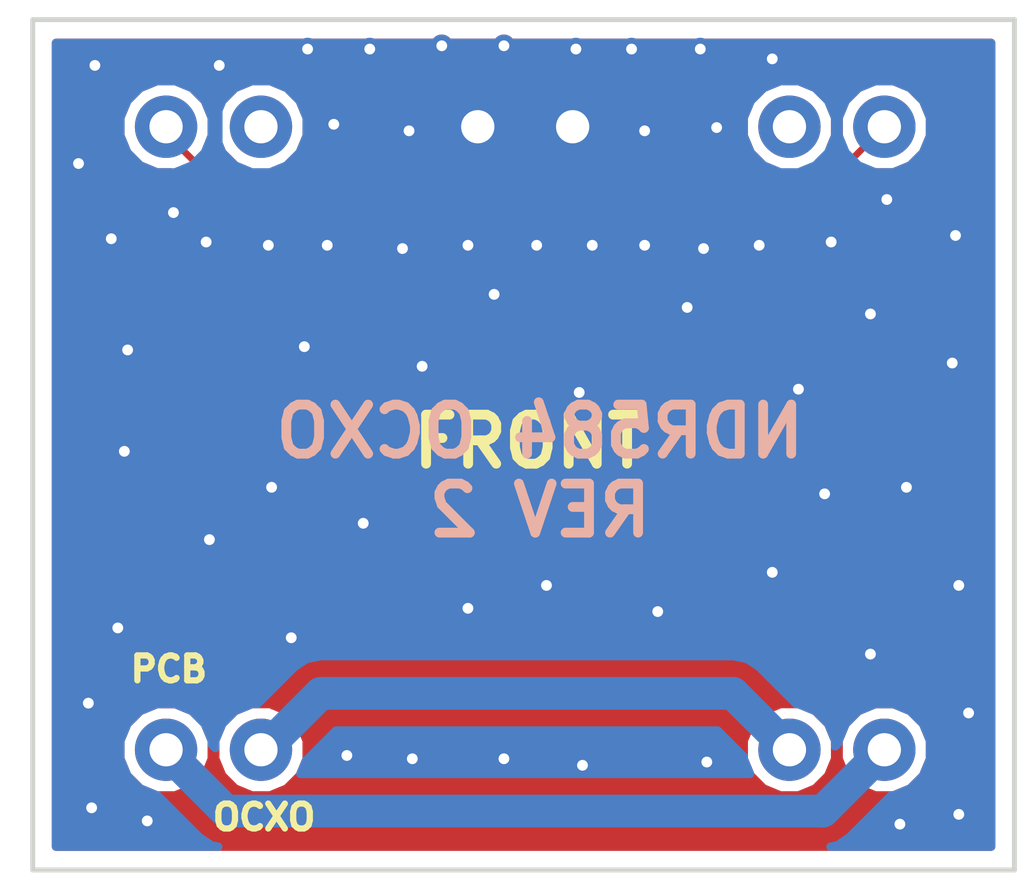
<source format=kicad_pcb>
(kicad_pcb (version 4) (host pcbnew "(2015-09-06 BZR 6161, Git 6b3ff2d)-product")

  (general
    (links 5)
    (no_connects 0)
    (area 98.6 97.651 130.700001 129.069)
    (thickness 1.6)
    (drawings 8)
    (tracks 213)
    (zones 0)
    (modules 2)
    (nets 6)
  )

  (page A4)
  (layers
    (0 F.Cu signal)
    (1 In1.Cu signal hide)
    (2 In2.Cu signal hide)
    (31 B.Cu signal hide)
    (32 B.Adhes user)
    (33 F.Adhes user)
    (34 B.Paste user)
    (35 F.Paste user)
    (36 B.SilkS user)
    (37 F.SilkS user)
    (38 B.Mask user)
    (39 F.Mask user)
    (40 Dwgs.User user)
    (41 Cmts.User user)
    (42 Eco1.User user)
    (43 Eco2.User user)
    (44 Edge.Cuts user)
    (45 Margin user)
    (46 B.CrtYd user)
    (47 F.CrtYd user)
    (48 B.Fab user)
    (49 F.Fab user)
  )

  (setup
    (last_trace_width 0.2032)
    (trace_clearance 0.254)
    (zone_clearance 0.508)
    (zone_45_only yes)
    (trace_min 0.2)
    (segment_width 0.2)
    (edge_width 0.15)
    (via_size 0.6858)
    (via_drill 0.3302)
    (via_min_size 0.4)
    (via_min_drill 0.3)
    (uvia_size 0.6858)
    (uvia_drill 0.3302)
    (uvias_allowed no)
    (uvia_min_size 0.2)
    (uvia_min_drill 0.1)
    (pcb_text_width 0.3)
    (pcb_text_size 1.5 1.5)
    (mod_edge_width 0.15)
    (mod_text_size 1 1)
    (mod_text_width 0.15)
    (pad_size 5.08 5.08)
    (pad_drill 2.54)
    (pad_to_mask_clearance 0.2)
    (aux_axis_origin 0 0)
    (visible_elements 7FFFF77F)
    (pcbplotparams
      (layerselection 0x00030_80000001)
      (usegerberextensions false)
      (excludeedgelayer true)
      (linewidth 0.100000)
      (plotframeref false)
      (viasonmask false)
      (mode 1)
      (useauxorigin false)
      (hpglpennumber 1)
      (hpglpenspeed 20)
      (hpglpendiameter 15)
      (hpglpenoverlay 2)
      (psnegative false)
      (psa4output false)
      (plotreference true)
      (plotvalue true)
      (plotinvisibletext false)
      (padsonsilk false)
      (subtractmaskfromsilk false)
      (outputformat 1)
      (mirror false)
      (drillshape 1)
      (scaleselection 1)
      (outputdirectory ""))
  )

  (net 0 "")
  (net 1 GND)
  (net 2 "Net-(U1-Pad1)")
  (net 3 "Net-(U1-Pad3)")
  (net 4 "Net-(U1-Pad4)")
  (net 5 "Net-(U1-Pad5)")

  (net_class Default "This is the default net class."
    (clearance 0.254)
    (trace_width 0.2032)
    (via_dia 0.6858)
    (via_drill 0.3302)
    (uvia_dia 0.6858)
    (uvia_drill 0.3302)
    (add_net GND)
    (add_net "Net-(U1-Pad1)")
    (add_net "Net-(U1-Pad3)")
  )

  (net_class Power ""
    (clearance 0.254)
    (trace_width 1)
    (via_dia 0.6858)
    (via_drill 0.3302)
    (uvia_dia 0.6858)
    (uvia_drill 0.3302)
    (add_net "Net-(U1-Pad4)")
    (add_net "Net-(U1-Pad5)")
  )

  (module "Reference Parts:OX-2050-BEE-20744" (layer F.Cu) (tedit 5B7C791F) (tstamp 5B58A5D6)
    (at 116.5 112.8)
    (path /5B3BF808)
    (fp_text reference U16 (at -1.27 -13.97) (layer F.SilkS) hide
      (effects (font (size 1 1) (thickness 0.15)))
    )
    (fp_text value OX-2050-BEE-20744-100M00000 (at 0 15.24) (layer F.Fab) hide
      (effects (font (size 1 1) (thickness 0.15)))
    )
    (pad 5 thru_hole circle (at -9.525 9.525) (size 1.905 1.905) (drill 1.016) (layers *.Cu *.Mask)
      (net 4 "Net-(U1-Pad4)"))
    (pad 4 thru_hole circle (at 9.525 9.525) (size 1.905 1.905) (drill 1.016) (layers *.Cu *.Mask)
      (net 5 "Net-(U1-Pad5)"))
    (pad 3 thru_hole circle (at 9.525 -9.525) (size 1.905 1.905) (drill 1.016) (layers *.Cu *.Mask)
      (net 2 "Net-(U1-Pad1)"))
    (pad 2 thru_hole circle (at 0 -9.525) (size 1.905 1.905) (drill 1.016) (layers *.Cu *.Mask)
      (net 1 GND))
    (pad 1 thru_hole circle (at -9.525 -9.525) (size 1.905 1.905) (drill 1.016) (layers *.Cu *.Mask)
      (net 3 "Net-(U1-Pad3)"))
  )

  (module "Reference Parts:OX-2050-BEE-20744" (layer F.Cu) (tedit 5B7C78BC) (tstamp 5B6AF18C)
    (at 113.6 112.8)
    (path /5B6B13CB)
    (fp_text reference U1 (at -1.27 -13.97) (layer F.SilkS) hide
      (effects (font (size 1 1) (thickness 0.15)))
    )
    (fp_text value OX-2050-BEE-20744-100M00000 (at 0 15.24) (layer F.Fab) hide
      (effects (font (size 1 1) (thickness 0.15)))
    )
    (pad 5 thru_hole circle (at -9.525 9.525) (size 1.905 1.905) (drill 1.016) (layers *.Cu *.Mask)
      (net 5 "Net-(U1-Pad5)"))
    (pad 4 thru_hole circle (at 9.525 9.525) (size 1.905 1.905) (drill 1.016) (layers *.Cu *.Mask)
      (net 4 "Net-(U1-Pad4)"))
    (pad 3 thru_hole circle (at 9.525 -9.525) (size 1.905 1.905) (drill 1.016) (layers *.Cu *.Mask)
      (net 3 "Net-(U1-Pad3)"))
    (pad 2 thru_hole circle (at 0 -9.525) (size 1.905 1.905) (drill 1.016) (layers *.Cu *.Mask)
      (net 1 GND))
    (pad 1 thru_hole circle (at -9.525 -9.525) (size 1.905 1.905) (drill 1.016) (layers *.Cu *.Mask)
      (net 2 "Net-(U1-Pad1)"))
  )

  (gr_text OCXO (at 107.07 124.39) (layer F.SilkS)
    (effects (font (size 0.762 0.762) (thickness 0.1905)))
  )
  (gr_text PCB (at 104.16 119.86) (layer F.SilkS)
    (effects (font (size 0.762 0.762) (thickness 0.1905)))
  )
  (gr_text "NDR584 OCXO\nREV 2" (at 115.5 113.8) (layer B.SilkS)
    (effects (font (size 1.5 1.5) (thickness 0.3)) (justify mirror))
  )
  (gr_text FRONT (at 115.2 112.9) (layer F.SilkS)
    (effects (font (size 1.5 1.5) (thickness 0.3)))
  )
  (gr_line (start 130 100) (end 130 126) (angle 90) (layer Edge.Cuts) (width 0.15))
  (gr_line (start 100 100) (end 130 100) (angle 90) (layer Edge.Cuts) (width 0.15))
  (gr_line (start 100 100) (end 100 126) (angle 90) (layer Edge.Cuts) (width 0.15))
  (gr_line (start 100 126) (end 130 126) (angle 90) (layer Edge.Cuts) (width 0.15))

  (segment (start 105.7 101.4) (end 105.7 104) (width 0.2032) (layer B.Cu) (net 1))
  (segment (start 105.3 104.4) (end 105.3 106.8) (width 0.2032) (layer B.Cu) (net 1) (tstamp 5B6B0301))
  (segment (start 105.7 104) (end 105.3 104.4) (width 0.2032) (layer B.Cu) (net 1) (tstamp 5B6B02FD))
  (segment (start 105.4 115.9) (end 105.3 115.9) (width 0.2032) (layer B.Cu) (net 1))
  (via (at 103.5 124.5) (size 0.6858) (drill 0.3302) (layers F.Cu B.Cu) (net 1))
  (segment (start 102.2 124.5) (end 103.5 124.5) (width 0.2032) (layer F.Cu) (net 1) (tstamp 5B6AFFCC))
  (segment (start 101.8 124.1) (end 102.2 124.5) (width 0.2032) (layer F.Cu) (net 1) (tstamp 5B6AFFCB))
  (via (at 101.8 124.1) (size 0.6858) (drill 0.3302) (layers F.Cu B.Cu) (net 1))
  (segment (start 101.8 121) (end 101.8 124.1) (width 0.2032) (layer B.Cu) (net 1) (tstamp 5B6AFFC9))
  (segment (start 101.7 120.9) (end 101.8 121) (width 0.2032) (layer B.Cu) (net 1) (tstamp 5B6AFFC8))
  (via (at 101.7 120.9) (size 0.6858) (drill 0.3302) (layers F.Cu B.Cu) (net 1))
  (segment (start 101.7 119.5) (end 101.7 120.9) (width 0.2032) (layer F.Cu) (net 1) (tstamp 5B6AFFC5))
  (segment (start 102.6 118.6) (end 101.7 119.5) (width 0.2032) (layer F.Cu) (net 1) (tstamp 5B6AFFC4))
  (via (at 102.6 118.6) (size 0.6858) (drill 0.3302) (layers F.Cu B.Cu) (net 1))
  (segment (start 105.3 115.9) (end 102.6 118.6) (width 0.2032) (layer B.Cu) (net 1) (tstamp 5B6AFFC1))
  (segment (start 119.1 118.1) (end 119.1 121.3) (width 0.2032) (layer F.Cu) (net 1))
  (via (at 109.6 122.5) (size 0.6858) (drill 0.3302) (layers F.Cu B.Cu) (net 1))
  (segment (start 111.5 122.5) (end 109.6 122.5) (width 0.2032) (layer F.Cu) (net 1) (tstamp 5B6AFFBD))
  (segment (start 111.6 122.6) (end 111.5 122.5) (width 0.2032) (layer F.Cu) (net 1) (tstamp 5B6AFFBC))
  (via (at 111.6 122.6) (size 0.6858) (drill 0.3302) (layers F.Cu B.Cu) (net 1))
  (segment (start 114.4 122.6) (end 111.6 122.6) (width 0.2032) (layer B.Cu) (net 1) (tstamp 5B6AFFB9))
  (via (at 114.4 122.6) (size 0.6858) (drill 0.3302) (layers F.Cu B.Cu) (net 1))
  (segment (start 116.6 122.6) (end 114.4 122.6) (width 0.2032) (layer F.Cu) (net 1) (tstamp 5B6AFFB7))
  (segment (start 116.8 122.8) (end 116.6 122.6) (width 0.2032) (layer F.Cu) (net 1) (tstamp 5B6AFFB6))
  (via (at 116.8 122.8) (size 0.6858) (drill 0.3302) (layers F.Cu B.Cu) (net 1))
  (segment (start 120.5 122.8) (end 116.8 122.8) (width 0.2032) (layer B.Cu) (net 1) (tstamp 5B6AFFB4))
  (segment (start 120.6 122.7) (end 120.5 122.8) (width 0.2032) (layer B.Cu) (net 1) (tstamp 5B6AFFB3))
  (via (at 120.6 122.7) (size 0.6858) (drill 0.3302) (layers F.Cu B.Cu) (net 1))
  (segment (start 120.5 122.7) (end 120.6 122.7) (width 0.2032) (layer F.Cu) (net 1) (tstamp 5B6AFFAD))
  (segment (start 119.1 121.3) (end 120.5 122.7) (width 0.2032) (layer F.Cu) (net 1) (tstamp 5B6AFFA8))
  (segment (start 102.9 110.1) (end 102.9 113.1) (width 0.2032) (layer In1.Cu) (net 1))
  (segment (start 126.5 124.6) (end 126.3 124.6) (width 0.2032) (layer B.Cu) (net 1) (tstamp 5B6AFF91))
  (via (at 126.5 124.6) (size 0.6858) (drill 0.3302) (layers F.Cu B.Cu) (net 1))
  (segment (start 128 124.6) (end 126.5 124.6) (width 0.2032) (layer F.Cu) (net 1) (tstamp 5B6AFF8B))
  (segment (start 128.3 124.3) (end 128 124.6) (width 0.2032) (layer F.Cu) (net 1) (tstamp 5B6AFF8A))
  (via (at 128.3 124.3) (size 0.6858) (drill 0.3302) (layers F.Cu B.Cu) (net 1))
  (segment (start 128.3 121.5) (end 128.3 124.3) (width 0.2032) (layer B.Cu) (net 1) (tstamp 5B6AFF88))
  (segment (start 128.6 121.2) (end 128.3 121.5) (width 0.2032) (layer B.Cu) (net 1) (tstamp 5B6AFF87))
  (via (at 128.6 121.2) (size 0.6858) (drill 0.3302) (layers F.Cu B.Cu) (net 1))
  (segment (start 127.4 121.2) (end 128.6 121.2) (width 0.2032) (layer F.Cu) (net 1) (tstamp 5B6AFF84))
  (segment (start 125.6 119.4) (end 127.4 121.2) (width 0.2032) (layer F.Cu) (net 1) (tstamp 5B6AFF83))
  (via (at 125.6 119.4) (size 0.6858) (drill 0.3302) (layers F.Cu B.Cu) (net 1))
  (segment (start 126.2 119.4) (end 125.6 119.4) (width 0.2032) (layer B.Cu) (net 1) (tstamp 5B6AFF81))
  (segment (start 128.3 117.3) (end 126.2 119.4) (width 0.2032) (layer B.Cu) (net 1) (tstamp 5B6AFF80))
  (via (at 128.3 117.3) (size 0.6858) (drill 0.3302) (layers F.Cu B.Cu) (net 1))
  (segment (start 128.3 115.9) (end 128.3 117.3) (width 0.2032) (layer F.Cu) (net 1) (tstamp 5B6AFF7D))
  (segment (start 126.7 114.3) (end 128.3 115.9) (width 0.2032) (layer F.Cu) (net 1) (tstamp 5B6AFF7C))
  (via (at 126.7 114.3) (size 0.6858) (drill 0.3302) (layers F.Cu B.Cu) (net 1))
  (segment (start 124.4 114.3) (end 126.7 114.3) (width 0.2032) (layer B.Cu) (net 1) (tstamp 5B6AFF7A))
  (segment (start 124.2 114.5) (end 124.4 114.3) (width 0.2032) (layer B.Cu) (net 1) (tstamp 5B6AFF79))
  (via (at 124.2 114.5) (size 0.6858) (drill 0.3302) (layers F.Cu B.Cu) (net 1))
  (segment (start 124.2 115.3) (end 124.2 114.5) (width 0.2032) (layer F.Cu) (net 1) (tstamp 5B6AFF77))
  (segment (start 122.6 116.9) (end 124.2 115.3) (width 0.2032) (layer F.Cu) (net 1) (tstamp 5B6AFF76))
  (via (at 122.6 116.9) (size 0.6858) (drill 0.3302) (layers F.Cu B.Cu) (net 1))
  (segment (start 120.3 116.9) (end 122.6 116.9) (width 0.2032) (layer B.Cu) (net 1) (tstamp 5B6AFF73))
  (segment (start 119.1 118.1) (end 120.3 116.9) (width 0.2032) (layer B.Cu) (net 1) (tstamp 5B6AFF72))
  (via (at 119.1 118.1) (size 0.6858) (drill 0.3302) (layers F.Cu B.Cu) (net 1))
  (segment (start 116.5 118.1) (end 119.1 118.1) (width 0.2032) (layer F.Cu) (net 1) (tstamp 5B6AFF70))
  (segment (start 115.7 117.3) (end 116.5 118.1) (width 0.2032) (layer F.Cu) (net 1) (tstamp 5B6AFF6F))
  (via (at 115.7 117.3) (size 0.6858) (drill 0.3302) (layers F.Cu B.Cu) (net 1))
  (segment (start 114 117.3) (end 115.7 117.3) (width 0.2032) (layer B.Cu) (net 1) (tstamp 5B6AFF6D))
  (segment (start 113.3 118) (end 114 117.3) (width 0.2032) (layer B.Cu) (net 1) (tstamp 5B6AFF6C))
  (via (at 113.3 118) (size 0.6858) (drill 0.3302) (layers F.Cu B.Cu) (net 1))
  (segment (start 112.7 118) (end 113.3 118) (width 0.2032) (layer F.Cu) (net 1) (tstamp 5B6AFF6A))
  (segment (start 110.1 115.4) (end 112.7 118) (width 0.2032) (layer F.Cu) (net 1) (tstamp 5B6AFF69))
  (via (at 110.1 115.4) (size 0.6858) (drill 0.3302) (layers F.Cu B.Cu) (net 1))
  (segment (start 110.1 116.7) (end 110.1 115.4) (width 0.2032) (layer B.Cu) (net 1) (tstamp 5B6AFF66))
  (segment (start 107.9 118.9) (end 110.1 116.7) (width 0.2032) (layer B.Cu) (net 1) (tstamp 5B6AFF65))
  (via (at 107.9 118.9) (size 0.6858) (drill 0.3302) (layers F.Cu B.Cu) (net 1))
  (segment (start 107.9 114.9) (end 107.9 118.9) (width 0.2032) (layer F.Cu) (net 1) (tstamp 5B6AFF62))
  (segment (start 107.3 114.3) (end 107.9 114.9) (width 0.2032) (layer F.Cu) (net 1) (tstamp 5B6AFF61))
  (via (at 107.3 114.3) (size 0.6858) (drill 0.3302) (layers F.Cu B.Cu) (net 1))
  (segment (start 107 114.3) (end 107.3 114.3) (width 0.2032) (layer B.Cu) (net 1) (tstamp 5B6AFF5E))
  (segment (start 105.4 115.9) (end 107 114.3) (width 0.2032) (layer B.Cu) (net 1) (tstamp 5B6AFF5D))
  (via (at 105.4 115.9) (size 0.6858) (drill 0.3302) (layers F.Cu B.Cu) (net 1))
  (segment (start 105.4 115.8) (end 105.4 115.9) (width 0.2032) (layer F.Cu) (net 1) (tstamp 5B6AFF5B))
  (segment (start 102.8 113.2) (end 105.4 115.8) (width 0.2032) (layer F.Cu) (net 1) (tstamp 5B6AFF5A))
  (via (at 102.8 113.2) (size 0.6858) (drill 0.3302) (layers F.Cu B.Cu) (net 1))
  (segment (start 102.9 113.1) (end 102.8 113.2) (width 0.2032) (layer In1.Cu) (net 1) (tstamp 5B6AFF55))
  (segment (start 128.1 110.5) (end 128.1 106.7) (width 0.2032) (layer F.Cu) (net 1))
  (segment (start 102.4 106.7) (end 102.9 107.2) (width 0.2032) (layer F.Cu) (net 1) (tstamp 5B6AFAB9))
  (segment (start 102.9 107.2) (end 102.9 110.1) (width 0.2032) (layer F.Cu) (net 1) (tstamp 5B6AFABA))
  (via (at 102.9 110.1) (size 0.6858) (drill 0.3302) (layers F.Cu B.Cu) (net 1))
  (segment (start 102.9 110.1) (end 103 110) (width 0.2032) (layer B.Cu) (net 1) (tstamp 5B6AFABC))
  (segment (start 103 110) (end 108.3 110) (width 0.2032) (layer B.Cu) (net 1) (tstamp 5B6AFABD))
  (via (at 108.3 110) (size 0.6858) (drill 0.3302) (layers F.Cu B.Cu) (net 1))
  (segment (start 108.3 110) (end 108.9 110.6) (width 0.2032) (layer F.Cu) (net 1) (tstamp 5B6AFABF))
  (segment (start 108.9 110.6) (end 111.9 110.6) (width 0.2032) (layer F.Cu) (net 1) (tstamp 5B6AFAC0))
  (via (at 111.9 110.6) (size 0.6858) (drill 0.3302) (layers F.Cu B.Cu) (net 1))
  (segment (start 111.9 110.6) (end 114.1 108.4) (width 0.2032) (layer B.Cu) (net 1) (tstamp 5B6AFAC2))
  (via (at 114.1 108.4) (size 0.6858) (drill 0.3302) (layers F.Cu B.Cu) (net 1))
  (segment (start 114.1 108.4) (end 116.7 111) (width 0.2032) (layer F.Cu) (net 1) (tstamp 5B6AFAC5))
  (segment (start 116.7 111) (end 116.7 111.4) (width 0.2032) (layer F.Cu) (net 1) (tstamp 5B6AFAC6))
  (via (at 116.7 111.4) (size 0.6858) (drill 0.3302) (layers F.Cu B.Cu) (net 1))
  (segment (start 116.7 111.4) (end 119.3 108.8) (width 0.2032) (layer B.Cu) (net 1) (tstamp 5B6AFAC8))
  (segment (start 119.3 108.8) (end 120 108.8) (width 0.2032) (layer B.Cu) (net 1) (tstamp 5B6AFAC9))
  (via (at 120 108.8) (size 0.6858) (drill 0.3302) (layers F.Cu B.Cu) (net 1))
  (segment (start 120 108.8) (end 122.5 111.3) (width 0.2032) (layer F.Cu) (net 1) (tstamp 5B6AFACB))
  (segment (start 122.5 111.3) (end 123.4 111.3) (width 0.2032) (layer F.Cu) (net 1) (tstamp 5B6AFACC))
  (via (at 123.4 111.3) (size 0.6858) (drill 0.3302) (layers F.Cu B.Cu) (net 1))
  (segment (start 123.4 111.3) (end 125.6 109.1) (width 0.2032) (layer B.Cu) (net 1) (tstamp 5B6AFACF))
  (segment (start 125.6 109.1) (end 125.6 109) (width 0.2032) (layer B.Cu) (net 1) (tstamp 5B6AFAD0))
  (via (at 125.6 109) (size 0.6858) (drill 0.3302) (layers F.Cu B.Cu) (net 1))
  (segment (start 125.6 109) (end 127.1 110.5) (width 0.2032) (layer F.Cu) (net 1) (tstamp 5B6AFAD2))
  (segment (start 127.1 110.5) (end 128.1 110.5) (width 0.2032) (layer F.Cu) (net 1) (tstamp 5B6AFAD3))
  (via (at 128.1 110.5) (size 0.6858) (drill 0.3302) (layers F.Cu B.Cu) (net 1))
  (segment (start 128.2 106.6) (end 128 106.6) (width 0.2032) (layer B.Cu) (net 1) (tstamp 5B6AFD54))
  (via (at 128.2 106.6) (size 0.6858) (drill 0.3302) (layers F.Cu B.Cu) (net 1))
  (segment (start 128.1 106.7) (end 128.2 106.6) (width 0.2032) (layer F.Cu) (net 1) (tstamp 5B6AFD4F))
  (segment (start 102.4 106.7) (end 102.4 105.4) (width 0.2032) (layer F.Cu) (net 1))
  (segment (start 101.8 101.5) (end 101.8 101.6) (width 0.2032) (layer F.Cu) (net 1) (tstamp 5B6AFB6E))
  (segment (start 101.9 101.4) (end 101.8 101.5) (width 0.2032) (layer F.Cu) (net 1) (tstamp 5B6AFB6D))
  (via (at 101.9 101.4) (size 0.6858) (drill 0.3302) (layers F.Cu B.Cu) (net 1))
  (segment (start 101.9 103.9) (end 101.9 101.4) (width 0.2032) (layer B.Cu) (net 1) (tstamp 5B6AFB6B))
  (segment (start 101.4 104.4) (end 101.9 103.9) (width 0.2032) (layer B.Cu) (net 1) (tstamp 5B6AFB6A))
  (via (at 101.4 104.4) (size 0.6858) (drill 0.3302) (layers F.Cu B.Cu) (net 1))
  (segment (start 102.4 105.4) (end 101.4 104.4) (width 0.2032) (layer F.Cu) (net 1) (tstamp 5B6AFB67))
  (segment (start 104.3 105.9) (end 103.8 105.3) (width 0.2032) (layer B.Cu) (net 1))
  (via (at 104.3 105.9) (size 0.6858) (drill 0.3302) (layers F.Cu B.Cu) (net 1))
  (segment (start 104.3 105.9) (end 105.5 106.2) (width 0.2032) (layer B.Cu) (net 1) (tstamp 5B6AFA84))
  (segment (start 105.5 106.2) (end 105.3 106.8) (width 0.2032) (layer B.Cu) (net 1) (tstamp 5B6AFA85))
  (segment (start 103.8 105.3) (end 102.4 106.7) (width 0.2032) (layer B.Cu) (net 1) (tstamp 5B6AFAB7))
  (via (at 102.4 106.7) (size 0.6858) (drill 0.3302) (layers F.Cu B.Cu) (net 1))
  (segment (start 120.9 103.3) (end 120.9 102.9) (width 0.2032) (layer B.Cu) (net 1))
  (segment (start 118.575 103.275) (end 118.7 103.4) (width 0.2032) (layer B.Cu) (net 1) (tstamp 5B6AFA26))
  (via (at 118.7 103.4) (size 0.6858) (drill 0.3302) (layers F.Cu B.Cu) (net 1))
  (segment (start 118.7 103.4) (end 118.8 103.3) (width 0.2032) (layer F.Cu) (net 1) (tstamp 5B6AFA2B))
  (segment (start 118.8 103.3) (end 120.9 103.3) (width 0.2032) (layer F.Cu) (net 1) (tstamp 5B6AFA2C))
  (via (at 120.9 103.3) (size 0.6858) (drill 0.3302) (layers F.Cu B.Cu) (net 1))
  (segment (start 116.5 103.275) (end 118.575 103.275) (width 0.2032) (layer B.Cu) (net 1))
  (via (at 126.1 105.5) (size 0.6858) (drill 0.3302) (layers F.Cu B.Cu) (net 1))
  (via (at 105.3 106.8) (size 0.6858) (drill 0.3302) (layers F.Cu B.Cu) (net 1))
  (segment (start 105.3 106.8) (end 105.4 106.9) (width 0.2032) (layer F.Cu) (net 1) (tstamp 5B6AFA89))
  (segment (start 105.4 106.9) (end 107.2 106.9) (width 0.2032) (layer F.Cu) (net 1) (tstamp 5B6AFA8A))
  (via (at 107.2 106.9) (size 0.6858) (drill 0.3302) (layers F.Cu B.Cu) (net 1))
  (segment (start 107.2 106.9) (end 109 106.9) (width 0.2032) (layer B.Cu) (net 1) (tstamp 5B6AFA8C))
  (via (at 109 106.9) (size 0.6858) (drill 0.3302) (layers F.Cu B.Cu) (net 1))
  (segment (start 109 106.9) (end 109.1 107) (width 0.2032) (layer F.Cu) (net 1) (tstamp 5B6AFA8F))
  (segment (start 109.1 107) (end 111.3 107) (width 0.2032) (layer F.Cu) (net 1) (tstamp 5B6AFA90))
  (via (at 111.3 107) (size 0.6858) (drill 0.3302) (layers F.Cu B.Cu) (net 1))
  (segment (start 111.3 107) (end 111.4 106.9) (width 0.2032) (layer B.Cu) (net 1) (tstamp 5B6AFA92))
  (segment (start 111.4 106.9) (end 113.3 106.9) (width 0.2032) (layer B.Cu) (net 1) (tstamp 5B6AFA93))
  (via (at 113.3 106.9) (size 0.6858) (drill 0.3302) (layers F.Cu B.Cu) (net 1))
  (segment (start 113.3 106.9) (end 115.4 106.9) (width 0.2032) (layer F.Cu) (net 1) (tstamp 5B6AFA95))
  (via (at 115.4 106.9) (size 0.6858) (drill 0.3302) (layers F.Cu B.Cu) (net 1))
  (segment (start 115.4 106.9) (end 117.1 106.9) (width 0.2032) (layer B.Cu) (net 1) (tstamp 5B6AFA98))
  (via (at 117.1 106.9) (size 0.6858) (drill 0.3302) (layers F.Cu B.Cu) (net 1))
  (segment (start 117.1 106.9) (end 118.7 106.9) (width 0.2032) (layer F.Cu) (net 1) (tstamp 5B6AFA9B))
  (via (at 118.7 106.9) (size 0.6858) (drill 0.3302) (layers F.Cu B.Cu) (net 1))
  (segment (start 118.7 106.9) (end 118.8 107) (width 0.2032) (layer B.Cu) (net 1) (tstamp 5B6AFA9E))
  (segment (start 118.8 107) (end 120.5 107) (width 0.2032) (layer B.Cu) (net 1) (tstamp 5B6AFA9F))
  (via (at 120.5 107) (size 0.6858) (drill 0.3302) (layers F.Cu B.Cu) (net 1))
  (segment (start 120.5 107) (end 120.6 106.9) (width 0.2032) (layer F.Cu) (net 1) (tstamp 5B6AFAA1))
  (segment (start 120.6 106.9) (end 122.2 106.9) (width 0.2032) (layer F.Cu) (net 1) (tstamp 5B6AFAA2))
  (via (at 122.2 106.9) (size 0.6858) (drill 0.3302) (layers F.Cu B.Cu) (net 1))
  (segment (start 122.2 106.9) (end 122.3 106.8) (width 0.2032) (layer B.Cu) (net 1) (tstamp 5B6AFAA4))
  (segment (start 122.3 106.8) (end 124.4 106.8) (width 0.2032) (layer B.Cu) (net 1) (tstamp 5B6AFAA5))
  (via (at 124.4 106.8) (size 0.6858) (drill 0.3302) (layers F.Cu B.Cu) (net 1))
  (segment (start 124.4 106.8) (end 125.7 105.5) (width 0.2032) (layer F.Cu) (net 1) (tstamp 5B6AFAA7))
  (segment (start 125.7 105.5) (end 126.1 105.5) (width 0.2032) (layer F.Cu) (net 1) (tstamp 5B6AFAA8))
  (segment (start 105.7 101.4) (end 105.5 101.6) (width 0.2032) (layer F.Cu) (net 1) (tstamp 5B6AFA71))
  (via (at 105.7 101.4) (size 0.6858) (drill 0.3302) (layers F.Cu B.Cu) (net 1))
  (segment (start 107.9 101.4) (end 105.7 101.4) (width 0.2032) (layer B.Cu) (net 1) (tstamp 5B6AFA6D))
  (segment (start 108.4 100.9) (end 107.9 101.4) (width 0.2032) (layer B.Cu) (net 1) (tstamp 5B6AFA6C))
  (via (at 108.4 100.9) (size 0.6858) (drill 0.3302) (layers F.Cu B.Cu) (net 1))
  (segment (start 110.3 100.9) (end 108.4 100.9) (width 0.2032) (layer F.Cu) (net 1) (tstamp 5B6AFA67))
  (via (at 110.3 100.9) (size 0.6858) (drill 0.3302) (layers F.Cu B.Cu) (net 1))
  (segment (start 112.4 100.9) (end 110.3 100.9) (width 0.2032) (layer B.Cu) (net 1) (tstamp 5B6AFA64))
  (segment (start 112.5 100.8) (end 112.4 100.9) (width 0.2032) (layer B.Cu) (net 1) (tstamp 5B6AFA63))
  (via (at 112.5 100.8) (size 0.6858) (drill 0.3302) (layers F.Cu B.Cu) (net 1))
  (segment (start 114.4 100.8) (end 112.5 100.8) (width 0.2032) (layer F.Cu) (net 1) (tstamp 5B6AFA5F))
  (via (at 114.4 100.8) (size 0.6858) (drill 0.3302) (layers F.Cu B.Cu) (net 1))
  (segment (start 116.5 100.8) (end 114.4 100.8) (width 0.2032) (layer B.Cu) (net 1) (tstamp 5B6AFA5C))
  (segment (start 116.6 100.9) (end 116.5 100.8) (width 0.2032) (layer B.Cu) (net 1) (tstamp 5B6AFA5B))
  (via (at 116.6 100.9) (size 0.6858) (drill 0.3302) (layers F.Cu B.Cu) (net 1))
  (segment (start 118.3 100.9) (end 116.6 100.9) (width 0.2032) (layer F.Cu) (net 1) (tstamp 5B6AFA58))
  (via (at 118.3 100.9) (size 0.6858) (drill 0.3302) (layers F.Cu B.Cu) (net 1))
  (segment (start 120.4 100.9) (end 118.3 100.9) (width 0.2032) (layer B.Cu) (net 1) (tstamp 5B6AFA55))
  (via (at 120.4 100.9) (size 0.6858) (drill 0.3302) (layers F.Cu B.Cu) (net 1))
  (segment (start 122.3 100.9) (end 120.4 100.9) (width 0.2032) (layer F.Cu) (net 1) (tstamp 5B6AFA52))
  (segment (start 122.6 101.2) (end 122.3 100.9) (width 0.2032) (layer F.Cu) (net 1) (tstamp 5B6AFA51))
  (via (at 122.6 101.2) (size 0.6858) (drill 0.3302) (layers F.Cu B.Cu) (net 1))
  (segment (start 120.9 102.9) (end 122.6 101.2) (width 0.2032) (layer B.Cu) (net 1) (tstamp 5B6AFA46))
  (segment (start 113.6 103.275) (end 111.625 103.275) (width 0.2032) (layer B.Cu) (net 1))
  (segment (start 109.2 103.2) (end 109.3 103.2) (width 0.2032) (layer B.Cu) (net 1) (tstamp 5B6AFA20))
  (via (at 109.2 103.2) (size 0.6858) (drill 0.3302) (layers F.Cu B.Cu) (net 1))
  (segment (start 111.3 103.2) (end 109.2 103.2) (width 0.2032) (layer F.Cu) (net 1) (tstamp 5B6AFA1D))
  (segment (start 111.5 103.4) (end 111.3 103.2) (width 0.2032) (layer F.Cu) (net 1) (tstamp 5B6AFA1C))
  (via (at 111.5 103.4) (size 0.6858) (drill 0.3302) (layers F.Cu B.Cu) (net 1))
  (segment (start 111.625 103.275) (end 111.5 103.4) (width 0.2032) (layer B.Cu) (net 1) (tstamp 5B6AFA14))
  (segment (start 104.075 103.275) (end 104.075 103.475) (width 0.2032) (layer F.Cu) (net 2))
  (segment (start 104.075 103.475) (end 105.8 105.2) (width 0.2032) (layer F.Cu) (net 2) (tstamp 5B6B02EB))
  (segment (start 105.8 105.2) (end 124.1 105.2) (width 0.2032) (layer F.Cu) (net 2) (tstamp 5B6B02ED))
  (segment (start 124.1 105.2) (end 126.025 103.275) (width 0.2032) (layer F.Cu) (net 2) (tstamp 5B6B02F5))
  (segment (start 126.025 103.275) (end 126.025 103.475) (width 0.2032) (layer In2.Cu) (net 2))
  (segment (start 106.975 103.275) (end 106.975 103.125) (width 0.2032) (layer In2.Cu) (net 3))
  (segment (start 106.975 103.125) (end 108.2 101.9) (width 0.2032) (layer In2.Cu) (net 3) (tstamp 5B6B0232))
  (segment (start 121.75 101.9) (end 123.125 103.275) (width 0.2032) (layer In2.Cu) (net 3) (tstamp 5B6B0245))
  (segment (start 108.2 101.9) (end 121.75 101.9) (width 0.2032) (layer In2.Cu) (net 3) (tstamp 5B6B023A))
  (segment (start 106.975 122.325) (end 107.075 122.325) (width 1) (layer B.Cu) (net 4))
  (segment (start 107.075 122.325) (end 108.8 120.6) (width 1) (layer B.Cu) (net 4) (tstamp 5B6AFC6C))
  (segment (start 108.8 120.6) (end 121.4 120.6) (width 1) (layer B.Cu) (net 4) (tstamp 5B6AFC6E))
  (segment (start 121.4 120.6) (end 123.125 122.325) (width 1) (layer B.Cu) (net 4) (tstamp 5B6AFC72))
  (segment (start 107.075 122.325) (end 108.8 120.6) (width 0.2032) (layer B.Cu) (net 4) (tstamp 5B6AF9B7))
  (segment (start 108.8 120.6) (end 121.4 120.6) (width 0.2032) (layer B.Cu) (net 4) (tstamp 5B6AF9BA))
  (segment (start 121.4 120.6) (end 123.125 122.325) (width 0.2032) (layer B.Cu) (net 4) (tstamp 5B6AF9BE))
  (segment (start 104.075 122.325) (end 104.075 122.375) (width 1) (layer B.Cu) (net 5))
  (segment (start 104.075 122.375) (end 105.9 124.2) (width 1) (layer B.Cu) (net 5) (tstamp 5B6AFC77))
  (segment (start 105.9 124.2) (end 124.15 124.2) (width 1) (layer B.Cu) (net 5) (tstamp 5B6AFC79))
  (segment (start 124.15 124.2) (end 126.025 122.325) (width 1) (layer B.Cu) (net 5) (tstamp 5B6AFC81))
  (segment (start 104.075 122.375) (end 105.9 124.2) (width 0.2032) (layer B.Cu) (net 5) (tstamp 5B6AF9C2))
  (segment (start 105.9 124.2) (end 124.15 124.2) (width 0.2032) (layer B.Cu) (net 5) (tstamp 5B6AF9C8))
  (segment (start 124.15 124.2) (end 126.025 122.325) (width 0.2032) (layer B.Cu) (net 5) (tstamp 5B6AF9CC))

  (zone (net 1) (net_name GND) (layer F.Cu) (tstamp 5B6AFE09) (hatch edge 0.508)
    (connect_pads yes (clearance 0.508))
    (min_thickness 0.254)
    (fill yes (arc_segments 16) (thermal_gap 0.508) (thermal_bridge_width 0.508))
    (polygon
      (pts
        (xy 99.4 99.5) (xy 130.3 99.5) (xy 130.3 126.7) (xy 99 126.7) (xy 99 99.4)
        (xy 99.5 99.4)
      )
    )
    (filled_polygon
      (pts
        (xy 129.29 125.29) (xy 100.71 125.29) (xy 100.71 122.601265) (xy 102.679758 122.601265) (xy 102.891687 123.114172)
        (xy 103.283764 123.506934) (xy 103.7963 123.719758) (xy 104.351265 123.720242) (xy 104.864172 123.508313) (xy 105.256934 123.116236)
        (xy 105.469758 122.6037) (xy 105.46976 122.601265) (xy 105.579758 122.601265) (xy 105.791687 123.114172) (xy 106.183764 123.506934)
        (xy 106.6963 123.719758) (xy 107.251265 123.720242) (xy 107.764172 123.508313) (xy 108.156934 123.116236) (xy 108.369758 122.6037)
        (xy 108.36976 122.601265) (xy 121.729758 122.601265) (xy 121.941687 123.114172) (xy 122.333764 123.506934) (xy 122.8463 123.719758)
        (xy 123.401265 123.720242) (xy 123.914172 123.508313) (xy 124.306934 123.116236) (xy 124.519758 122.6037) (xy 124.51976 122.601265)
        (xy 124.629758 122.601265) (xy 124.841687 123.114172) (xy 125.233764 123.506934) (xy 125.7463 123.719758) (xy 126.301265 123.720242)
        (xy 126.814172 123.508313) (xy 127.206934 123.116236) (xy 127.419758 122.6037) (xy 127.420242 122.048735) (xy 127.208313 121.535828)
        (xy 126.816236 121.143066) (xy 126.3037 120.930242) (xy 125.748735 120.929758) (xy 125.235828 121.141687) (xy 124.843066 121.533764)
        (xy 124.630242 122.0463) (xy 124.629758 122.601265) (xy 124.51976 122.601265) (xy 124.520242 122.048735) (xy 124.308313 121.535828)
        (xy 123.916236 121.143066) (xy 123.4037 120.930242) (xy 122.848735 120.929758) (xy 122.335828 121.141687) (xy 121.943066 121.533764)
        (xy 121.730242 122.0463) (xy 121.729758 122.601265) (xy 108.36976 122.601265) (xy 108.370242 122.048735) (xy 108.158313 121.535828)
        (xy 107.766236 121.143066) (xy 107.2537 120.930242) (xy 106.698735 120.929758) (xy 106.185828 121.141687) (xy 105.793066 121.533764)
        (xy 105.580242 122.0463) (xy 105.579758 122.601265) (xy 105.46976 122.601265) (xy 105.470242 122.048735) (xy 105.258313 121.535828)
        (xy 104.866236 121.143066) (xy 104.3537 120.930242) (xy 103.798735 120.929758) (xy 103.285828 121.141687) (xy 102.893066 121.533764)
        (xy 102.680242 122.0463) (xy 102.679758 122.601265) (xy 100.71 122.601265) (xy 100.71 103.551265) (xy 102.679758 103.551265)
        (xy 102.891687 104.064172) (xy 103.283764 104.456934) (xy 103.7963 104.669758) (xy 104.228425 104.670135) (xy 105.279145 105.720855)
        (xy 105.518115 105.88053) (xy 105.8 105.9366) (xy 124.1 105.9366) (xy 124.381885 105.88053) (xy 124.620855 105.720855)
        (xy 125.693766 104.647944) (xy 125.7463 104.669758) (xy 126.301265 104.670242) (xy 126.814172 104.458313) (xy 127.206934 104.066236)
        (xy 127.419758 103.5537) (xy 127.420242 102.998735) (xy 127.208313 102.485828) (xy 126.816236 102.093066) (xy 126.3037 101.880242)
        (xy 125.748735 101.879758) (xy 125.235828 102.091687) (xy 124.843066 102.483764) (xy 124.630242 102.9963) (xy 124.629758 103.551265)
        (xy 124.652349 103.605941) (xy 124.38851 103.86978) (xy 124.519758 103.5537) (xy 124.520242 102.998735) (xy 124.308313 102.485828)
        (xy 123.916236 102.093066) (xy 123.4037 101.880242) (xy 122.848735 101.879758) (xy 122.335828 102.091687) (xy 121.943066 102.483764)
        (xy 121.730242 102.9963) (xy 121.729758 103.551265) (xy 121.941687 104.064172) (xy 122.333764 104.456934) (xy 122.349336 104.4634)
        (xy 107.751861 104.4634) (xy 107.764172 104.458313) (xy 108.156934 104.066236) (xy 108.369758 103.5537) (xy 108.370242 102.998735)
        (xy 108.158313 102.485828) (xy 107.766236 102.093066) (xy 107.2537 101.880242) (xy 106.698735 101.879758) (xy 106.185828 102.091687)
        (xy 105.793066 102.483764) (xy 105.580242 102.9963) (xy 105.579758 103.551265) (xy 105.791687 104.064172) (xy 106.183764 104.456934)
        (xy 106.199336 104.4634) (xy 106.10511 104.4634) (xy 105.389263 103.747553) (xy 105.469758 103.5537) (xy 105.470242 102.998735)
        (xy 105.258313 102.485828) (xy 104.866236 102.093066) (xy 104.3537 101.880242) (xy 103.798735 101.879758) (xy 103.285828 102.091687)
        (xy 102.893066 102.483764) (xy 102.680242 102.9963) (xy 102.679758 103.551265) (xy 100.71 103.551265) (xy 100.71 100.71)
        (xy 129.29 100.71)
      )
    )
  )
  (zone (net 1) (net_name GND) (layer In1.Cu) (tstamp 5B6AFE29) (hatch edge 0.508)
    (connect_pads yes (clearance 0.508))
    (min_thickness 0.254)
    (fill yes (arc_segments 16) (thermal_gap 0.508) (thermal_bridge_width 0.508))
    (polygon
      (pts
        (xy 99 99.3) (xy 130.6 99.3) (xy 130.6 126.9) (xy 98.8 126.9) (xy 98.8 99.2)
        (xy 99 99.2)
      )
    )
    (filled_polygon
      (pts
        (xy 129.29 125.29) (xy 100.71 125.29) (xy 100.71 122.601265) (xy 102.679758 122.601265) (xy 102.891687 123.114172)
        (xy 103.283764 123.506934) (xy 103.7963 123.719758) (xy 104.351265 123.720242) (xy 104.864172 123.508313) (xy 105.256934 123.116236)
        (xy 105.469758 122.6037) (xy 105.46976 122.601265) (xy 105.579758 122.601265) (xy 105.791687 123.114172) (xy 106.183764 123.506934)
        (xy 106.6963 123.719758) (xy 107.251265 123.720242) (xy 107.764172 123.508313) (xy 108.156934 123.116236) (xy 108.369758 122.6037)
        (xy 108.36976 122.601265) (xy 121.729758 122.601265) (xy 121.941687 123.114172) (xy 122.333764 123.506934) (xy 122.8463 123.719758)
        (xy 123.401265 123.720242) (xy 123.914172 123.508313) (xy 124.306934 123.116236) (xy 124.519758 122.6037) (xy 124.51976 122.601265)
        (xy 124.629758 122.601265) (xy 124.841687 123.114172) (xy 125.233764 123.506934) (xy 125.7463 123.719758) (xy 126.301265 123.720242)
        (xy 126.814172 123.508313) (xy 127.206934 123.116236) (xy 127.419758 122.6037) (xy 127.420242 122.048735) (xy 127.208313 121.535828)
        (xy 126.816236 121.143066) (xy 126.3037 120.930242) (xy 125.748735 120.929758) (xy 125.235828 121.141687) (xy 124.843066 121.533764)
        (xy 124.630242 122.0463) (xy 124.629758 122.601265) (xy 124.51976 122.601265) (xy 124.520242 122.048735) (xy 124.308313 121.535828)
        (xy 123.916236 121.143066) (xy 123.4037 120.930242) (xy 122.848735 120.929758) (xy 122.335828 121.141687) (xy 121.943066 121.533764)
        (xy 121.730242 122.0463) (xy 121.729758 122.601265) (xy 108.36976 122.601265) (xy 108.370242 122.048735) (xy 108.158313 121.535828)
        (xy 107.766236 121.143066) (xy 107.2537 120.930242) (xy 106.698735 120.929758) (xy 106.185828 121.141687) (xy 105.793066 121.533764)
        (xy 105.580242 122.0463) (xy 105.579758 122.601265) (xy 105.46976 122.601265) (xy 105.470242 122.048735) (xy 105.258313 121.535828)
        (xy 104.866236 121.143066) (xy 104.3537 120.930242) (xy 103.798735 120.929758) (xy 103.285828 121.141687) (xy 102.893066 121.533764)
        (xy 102.680242 122.0463) (xy 102.679758 122.601265) (xy 100.71 122.601265) (xy 100.71 103.551265) (xy 102.679758 103.551265)
        (xy 102.891687 104.064172) (xy 103.283764 104.456934) (xy 103.7963 104.669758) (xy 104.351265 104.670242) (xy 104.864172 104.458313)
        (xy 105.256934 104.066236) (xy 105.469758 103.5537) (xy 105.46976 103.551265) (xy 105.579758 103.551265) (xy 105.791687 104.064172)
        (xy 106.183764 104.456934) (xy 106.6963 104.669758) (xy 107.251265 104.670242) (xy 107.764172 104.458313) (xy 108.156934 104.066236)
        (xy 108.369758 103.5537) (xy 108.36976 103.551265) (xy 121.729758 103.551265) (xy 121.941687 104.064172) (xy 122.333764 104.456934)
        (xy 122.8463 104.669758) (xy 123.401265 104.670242) (xy 123.914172 104.458313) (xy 124.306934 104.066236) (xy 124.519758 103.5537)
        (xy 124.51976 103.551265) (xy 124.629758 103.551265) (xy 124.841687 104.064172) (xy 125.233764 104.456934) (xy 125.7463 104.669758)
        (xy 126.301265 104.670242) (xy 126.814172 104.458313) (xy 127.206934 104.066236) (xy 127.419758 103.5537) (xy 127.420242 102.998735)
        (xy 127.208313 102.485828) (xy 126.816236 102.093066) (xy 126.3037 101.880242) (xy 125.748735 101.879758) (xy 125.235828 102.091687)
        (xy 124.843066 102.483764) (xy 124.630242 102.9963) (xy 124.629758 103.551265) (xy 124.51976 103.551265) (xy 124.520242 102.998735)
        (xy 124.308313 102.485828) (xy 123.916236 102.093066) (xy 123.4037 101.880242) (xy 122.848735 101.879758) (xy 122.335828 102.091687)
        (xy 121.943066 102.483764) (xy 121.730242 102.9963) (xy 121.729758 103.551265) (xy 108.36976 103.551265) (xy 108.370242 102.998735)
        (xy 108.158313 102.485828) (xy 107.766236 102.093066) (xy 107.2537 101.880242) (xy 106.698735 101.879758) (xy 106.185828 102.091687)
        (xy 105.793066 102.483764) (xy 105.580242 102.9963) (xy 105.579758 103.551265) (xy 105.46976 103.551265) (xy 105.470242 102.998735)
        (xy 105.258313 102.485828) (xy 104.866236 102.093066) (xy 104.3537 101.880242) (xy 103.798735 101.879758) (xy 103.285828 102.091687)
        (xy 102.893066 102.483764) (xy 102.680242 102.9963) (xy 102.679758 103.551265) (xy 100.71 103.551265) (xy 100.71 100.71)
        (xy 129.29 100.71)
      )
    )
  )
  (zone (net 1) (net_name GND) (layer In2.Cu) (tstamp 5B6AFE37) (hatch edge 0.508)
    (connect_pads yes (clearance 0.508))
    (min_thickness 0.254)
    (fill yes (arc_segments 16) (thermal_gap 0.508) (thermal_bridge_width 0.508))
    (polygon
      (pts
        (xy 130.7 99.4) (xy 130.7 126.8) (xy 98.8 126.8) (xy 98.8 99.4) (xy 130.7 99.4)
      )
    )
    (filled_polygon
      (pts
        (xy 129.29 125.29) (xy 100.71 125.29) (xy 100.71 122.601265) (xy 102.679758 122.601265) (xy 102.891687 123.114172)
        (xy 103.283764 123.506934) (xy 103.7963 123.719758) (xy 104.351265 123.720242) (xy 104.864172 123.508313) (xy 105.256934 123.116236)
        (xy 105.469758 122.6037) (xy 105.46976 122.601265) (xy 105.579758 122.601265) (xy 105.791687 123.114172) (xy 106.183764 123.506934)
        (xy 106.6963 123.719758) (xy 107.251265 123.720242) (xy 107.764172 123.508313) (xy 108.156934 123.116236) (xy 108.369758 122.6037)
        (xy 108.36976 122.601265) (xy 121.729758 122.601265) (xy 121.941687 123.114172) (xy 122.333764 123.506934) (xy 122.8463 123.719758)
        (xy 123.401265 123.720242) (xy 123.914172 123.508313) (xy 124.306934 123.116236) (xy 124.519758 122.6037) (xy 124.51976 122.601265)
        (xy 124.629758 122.601265) (xy 124.841687 123.114172) (xy 125.233764 123.506934) (xy 125.7463 123.719758) (xy 126.301265 123.720242)
        (xy 126.814172 123.508313) (xy 127.206934 123.116236) (xy 127.419758 122.6037) (xy 127.420242 122.048735) (xy 127.208313 121.535828)
        (xy 126.816236 121.143066) (xy 126.3037 120.930242) (xy 125.748735 120.929758) (xy 125.235828 121.141687) (xy 124.843066 121.533764)
        (xy 124.630242 122.0463) (xy 124.629758 122.601265) (xy 124.51976 122.601265) (xy 124.520242 122.048735) (xy 124.308313 121.535828)
        (xy 123.916236 121.143066) (xy 123.4037 120.930242) (xy 122.848735 120.929758) (xy 122.335828 121.141687) (xy 121.943066 121.533764)
        (xy 121.730242 122.0463) (xy 121.729758 122.601265) (xy 108.36976 122.601265) (xy 108.370242 122.048735) (xy 108.158313 121.535828)
        (xy 107.766236 121.143066) (xy 107.2537 120.930242) (xy 106.698735 120.929758) (xy 106.185828 121.141687) (xy 105.793066 121.533764)
        (xy 105.580242 122.0463) (xy 105.579758 122.601265) (xy 105.46976 122.601265) (xy 105.470242 122.048735) (xy 105.258313 121.535828)
        (xy 104.866236 121.143066) (xy 104.3537 120.930242) (xy 103.798735 120.929758) (xy 103.285828 121.141687) (xy 102.893066 121.533764)
        (xy 102.680242 122.0463) (xy 102.679758 122.601265) (xy 100.71 122.601265) (xy 100.71 103.551265) (xy 102.679758 103.551265)
        (xy 102.891687 104.064172) (xy 103.283764 104.456934) (xy 103.7963 104.669758) (xy 104.351265 104.670242) (xy 104.864172 104.458313)
        (xy 105.256934 104.066236) (xy 105.469758 103.5537) (xy 105.46976 103.551265) (xy 105.579758 103.551265) (xy 105.791687 104.064172)
        (xy 106.183764 104.456934) (xy 106.6963 104.669758) (xy 107.251265 104.670242) (xy 107.764172 104.458313) (xy 108.156934 104.066236)
        (xy 108.369758 103.5537) (xy 108.370242 102.998735) (xy 108.303793 102.837917) (xy 108.50511 102.6366) (xy 121.44489 102.6366)
        (xy 121.752056 102.943766) (xy 121.730242 102.9963) (xy 121.729758 103.551265) (xy 121.941687 104.064172) (xy 122.333764 104.456934)
        (xy 122.8463 104.669758) (xy 123.401265 104.670242) (xy 123.914172 104.458313) (xy 124.306934 104.066236) (xy 124.519758 103.5537)
        (xy 124.51976 103.551265) (xy 124.629758 103.551265) (xy 124.841687 104.064172) (xy 125.233764 104.456934) (xy 125.7463 104.669758)
        (xy 126.301265 104.670242) (xy 126.814172 104.458313) (xy 127.206934 104.066236) (xy 127.419758 103.5537) (xy 127.420242 102.998735)
        (xy 127.208313 102.485828) (xy 126.816236 102.093066) (xy 126.3037 101.880242) (xy 125.748735 101.879758) (xy 125.235828 102.091687)
        (xy 124.843066 102.483764) (xy 124.630242 102.9963) (xy 124.629758 103.551265) (xy 124.51976 103.551265) (xy 124.520242 102.998735)
        (xy 124.308313 102.485828) (xy 123.916236 102.093066) (xy 123.4037 101.880242) (xy 122.848735 101.879758) (xy 122.794059 101.902349)
        (xy 122.270855 101.379145) (xy 122.031885 101.21947) (xy 121.75 101.1634) (xy 108.2 101.1634) (xy 107.918115 101.21947)
        (xy 107.679145 101.379145) (xy 107.178114 101.880176) (xy 106.698735 101.879758) (xy 106.185828 102.091687) (xy 105.793066 102.483764)
        (xy 105.580242 102.9963) (xy 105.579758 103.551265) (xy 105.46976 103.551265) (xy 105.470242 102.998735) (xy 105.258313 102.485828)
        (xy 104.866236 102.093066) (xy 104.3537 101.880242) (xy 103.798735 101.879758) (xy 103.285828 102.091687) (xy 102.893066 102.483764)
        (xy 102.680242 102.9963) (xy 102.679758 103.551265) (xy 100.71 103.551265) (xy 100.71 100.71) (xy 129.29 100.71)
      )
    )
  )
  (zone (net 1) (net_name GND) (layer In2.Cu) (tstamp 5B6AFE42) (hatch edge 0.508)
    (connect_pads yes (clearance 0.508))
    (min_thickness 0.254)
    (fill yes (arc_segments 16) (thermal_gap 0.508) (thermal_bridge_width 0.508))
    (polygon
      (pts
        (xy 98.8 99.2) (xy 99.1 99.2) (xy 98.8 99.35) (xy 98.8 99.2)
      )
    )
  )
  (zone (net 1) (net_name GND) (layer In2.Cu) (tstamp 5B6AFE43) (hatch edge 0.508)
    (connect_pads yes (clearance 0.508))
    (min_thickness 0.254)
    (fill yes (arc_segments 16) (thermal_gap 0.508) (thermal_bridge_width 0.508))
    (polygon
      (pts
        (xy 98.7 99.4) (xy 98.8 99.35) (xy 98.8 99.4) (xy 98.7 99.4)
      )
    )
  )
  (zone (net 1) (net_name GND) (layer B.Cu) (tstamp 5B6AFE47) (hatch edge 0.508)
    (connect_pads yes (clearance 0.508))
    (min_thickness 0.254)
    (fill yes (arc_segments 16) (thermal_gap 0.508) (thermal_bridge_width 0.508))
    (polygon
      (pts
        (xy 98.8 99.3) (xy 130.3 99.3) (xy 130.3 126.9) (xy 98.6 126.9) (xy 98.6 99.2)
        (xy 99 99.2)
      )
    )
    (filled_polygon
      (pts
        (xy 129.29 125.29) (xy 124.37623 125.29) (xy 124.584346 125.248603) (xy 124.952566 125.002566) (xy 126.234949 123.720184)
        (xy 126.301265 123.720242) (xy 126.814172 123.508313) (xy 127.206934 123.116236) (xy 127.419758 122.6037) (xy 127.420242 122.048735)
        (xy 127.208313 121.535828) (xy 126.816236 121.143066) (xy 126.3037 120.930242) (xy 125.748735 120.929758) (xy 125.235828 121.141687)
        (xy 124.843066 121.533764) (xy 124.630242 122.0463) (xy 124.630182 122.114685) (xy 124.520088 122.224779) (xy 124.520242 122.048735)
        (xy 124.308313 121.535828) (xy 123.916236 121.143066) (xy 123.4037 120.930242) (xy 123.335314 120.930182) (xy 122.202566 119.797434)
        (xy 121.834346 119.551397) (xy 121.4 119.465) (xy 108.8 119.465) (xy 108.365654 119.551397) (xy 107.997434 119.797434)
        (xy 106.864965 120.929903) (xy 106.698735 120.929758) (xy 106.185828 121.141687) (xy 105.793066 121.533764) (xy 105.580242 122.0463)
        (xy 105.580043 122.274911) (xy 105.470141 122.165009) (xy 105.470242 122.048735) (xy 105.258313 121.535828) (xy 104.866236 121.143066)
        (xy 104.3537 120.930242) (xy 103.798735 120.929758) (xy 103.285828 121.141687) (xy 102.893066 121.533764) (xy 102.680242 122.0463)
        (xy 102.679758 122.601265) (xy 102.891687 123.114172) (xy 103.283764 123.506934) (xy 103.7963 123.719758) (xy 103.814642 123.719774)
        (xy 105.097434 125.002566) (xy 105.465654 125.248603) (xy 105.67377 125.29) (xy 100.71 125.29) (xy 100.71 103.551265)
        (xy 102.679758 103.551265) (xy 102.891687 104.064172) (xy 103.283764 104.456934) (xy 103.7963 104.669758) (xy 104.351265 104.670242)
        (xy 104.864172 104.458313) (xy 105.256934 104.066236) (xy 105.469758 103.5537) (xy 105.46976 103.551265) (xy 105.579758 103.551265)
        (xy 105.791687 104.064172) (xy 106.183764 104.456934) (xy 106.6963 104.669758) (xy 107.251265 104.670242) (xy 107.764172 104.458313)
        (xy 108.156934 104.066236) (xy 108.369758 103.5537) (xy 108.36976 103.551265) (xy 121.729758 103.551265) (xy 121.941687 104.064172)
        (xy 122.333764 104.456934) (xy 122.8463 104.669758) (xy 123.401265 104.670242) (xy 123.914172 104.458313) (xy 124.306934 104.066236)
        (xy 124.519758 103.5537) (xy 124.51976 103.551265) (xy 124.629758 103.551265) (xy 124.841687 104.064172) (xy 125.233764 104.456934)
        (xy 125.7463 104.669758) (xy 126.301265 104.670242) (xy 126.814172 104.458313) (xy 127.206934 104.066236) (xy 127.419758 103.5537)
        (xy 127.420242 102.998735) (xy 127.208313 102.485828) (xy 126.816236 102.093066) (xy 126.3037 101.880242) (xy 125.748735 101.879758)
        (xy 125.235828 102.091687) (xy 124.843066 102.483764) (xy 124.630242 102.9963) (xy 124.629758 103.551265) (xy 124.51976 103.551265)
        (xy 124.520242 102.998735) (xy 124.308313 102.485828) (xy 123.916236 102.093066) (xy 123.4037 101.880242) (xy 122.848735 101.879758)
        (xy 122.335828 102.091687) (xy 121.943066 102.483764) (xy 121.730242 102.9963) (xy 121.729758 103.551265) (xy 108.36976 103.551265)
        (xy 108.370242 102.998735) (xy 108.158313 102.485828) (xy 107.766236 102.093066) (xy 107.2537 101.880242) (xy 106.698735 101.879758)
        (xy 106.185828 102.091687) (xy 105.793066 102.483764) (xy 105.580242 102.9963) (xy 105.579758 103.551265) (xy 105.46976 103.551265)
        (xy 105.470242 102.998735) (xy 105.258313 102.485828) (xy 104.866236 102.093066) (xy 104.3537 101.880242) (xy 103.798735 101.879758)
        (xy 103.285828 102.091687) (xy 102.893066 102.483764) (xy 102.680242 102.9963) (xy 102.679758 103.551265) (xy 100.71 103.551265)
        (xy 100.71 100.71) (xy 129.29 100.71)
      )
    )
    (filled_polygon
      (pts
        (xy 121.729816 122.534948) (xy 121.729758 122.601265) (xy 121.92137 123.065) (xy 108.178209 123.065) (xy 108.347266 122.657866)
        (xy 109.270132 121.735) (xy 120.929868 121.735)
      )
    )
  )
)

</source>
